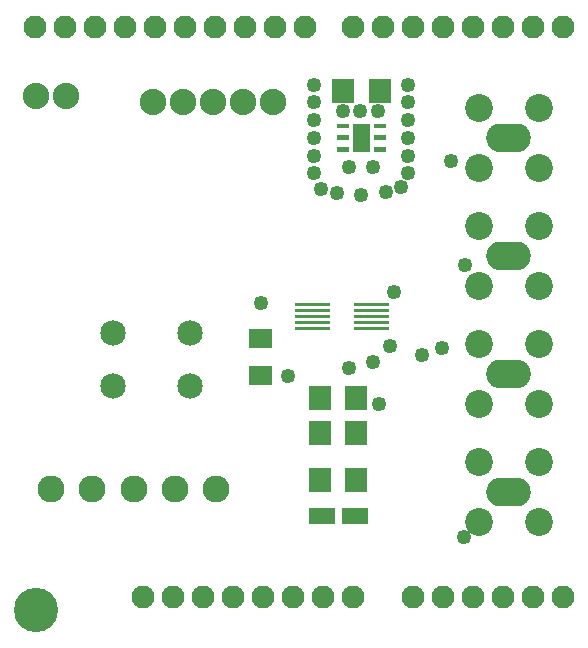
<source format=gts>
G04 MADE WITH FRITZING*
G04 WWW.FRITZING.ORG*
G04 DOUBLE SIDED*
G04 HOLES PLATED*
G04 CONTOUR ON CENTER OF CONTOUR VECTOR*
%ASAXBY*%
%FSLAX23Y23*%
%MOIN*%
%OFA0B0*%
%SFA1.0B1.0*%
%ADD10C,0.049370*%
%ADD11C,0.088000*%
%ADD12C,0.085000*%
%ADD13C,0.092677*%
%ADD14C,0.093071*%
%ADD15C,0.076194*%
%ADD16C,0.076222*%
%ADD17C,0.147795*%
%ADD18C,0.090000*%
%ADD19R,0.072992X0.084803*%
%ADD20R,0.088740X0.057244*%
%ADD21C,0.010000*%
%ADD22C,0.030000*%
%ADD23R,0.001000X0.001000*%
%LNMASK1*%
G90*
G70*
G54D10*
X1134Y891D03*
X1134Y1560D03*
X1212Y910D03*
X1212Y1560D03*
X1330Y1658D03*
X1016Y1599D03*
X1330Y1776D03*
X1016Y1776D03*
X1016Y1717D03*
X1169Y1749D03*
X1330Y1540D03*
X1330Y1599D03*
X1016Y1540D03*
X1330Y1717D03*
X1016Y1658D03*
X1114Y1749D03*
X1173Y1469D03*
X1256Y1477D03*
X1094Y1473D03*
G54D11*
X90Y1796D03*
X190Y1796D03*
G54D10*
X1268Y965D03*
X1376Y935D03*
X1443Y957D03*
X1282Y1143D03*
X1474Y1581D03*
X1521Y1233D03*
X1516Y329D03*
X838Y1107D03*
X929Y865D03*
X1232Y772D03*
G54D11*
X878Y1776D03*
X778Y1776D03*
X678Y1776D03*
X578Y1776D03*
X478Y1776D03*
G54D12*
X602Y831D03*
X346Y831D03*
X602Y1008D03*
X346Y1008D03*
G54D13*
X1565Y577D03*
G54D14*
X1664Y478D03*
X1565Y377D03*
X1565Y577D03*
X1765Y377D03*
X1765Y577D03*
G54D13*
X1565Y577D03*
G54D14*
X1664Y478D03*
X1565Y377D03*
X1565Y577D03*
X1765Y377D03*
X1765Y577D03*
G54D13*
X1565Y970D03*
G54D14*
X1664Y871D03*
X1565Y771D03*
X1565Y971D03*
X1765Y771D03*
X1765Y971D03*
G54D13*
X1565Y970D03*
G54D14*
X1664Y871D03*
X1565Y771D03*
X1565Y971D03*
X1765Y771D03*
X1765Y971D03*
G54D13*
X1565Y1758D03*
G54D14*
X1664Y1659D03*
X1565Y1558D03*
X1565Y1758D03*
X1765Y1558D03*
X1765Y1758D03*
G54D13*
X1565Y1758D03*
G54D14*
X1664Y1659D03*
X1565Y1558D03*
X1565Y1758D03*
X1765Y1558D03*
X1765Y1758D03*
G54D15*
X1445Y129D03*
X1545Y129D03*
X1645Y129D03*
X1745Y129D03*
X1845Y129D03*
G54D16*
X985Y2029D03*
X885Y2029D03*
X785Y2029D03*
X685Y2029D03*
X585Y2029D03*
X485Y2029D03*
X385Y2029D03*
X285Y2029D03*
X185Y2029D03*
X85Y2029D03*
X1845Y2029D03*
X1745Y2029D03*
X1645Y2029D03*
X1545Y2029D03*
X1445Y2029D03*
X1345Y2029D03*
X1245Y2029D03*
X1145Y2029D03*
G54D15*
X545Y129D03*
X445Y129D03*
X645Y129D03*
X745Y129D03*
X845Y129D03*
X945Y129D03*
X1045Y129D03*
X1145Y129D03*
X1345Y129D03*
G54D13*
X1565Y1364D03*
G54D14*
X1664Y1265D03*
X1565Y1164D03*
X1565Y1364D03*
X1765Y1164D03*
X1765Y1364D03*
G54D13*
X1565Y1364D03*
G54D14*
X1664Y1265D03*
X1565Y1164D03*
X1565Y1364D03*
X1765Y1164D03*
X1765Y1364D03*
G54D10*
X1228Y1749D03*
X1039Y1489D03*
X1330Y1835D03*
X1015Y1835D03*
X1307Y1493D03*
G54D17*
X90Y83D03*
G54D18*
X140Y487D03*
X277Y487D03*
X415Y487D03*
X553Y487D03*
X691Y487D03*
G54D19*
X1114Y1815D03*
X1236Y1815D03*
X1035Y516D03*
X1157Y516D03*
G54D20*
X1043Y398D03*
X1153Y398D03*
G54D19*
X1035Y792D03*
X1157Y792D03*
X1035Y674D03*
X1157Y674D03*
G54D21*
G36*
X1134Y1690D02*
X1094Y1690D01*
X1094Y1705D01*
X1134Y1705D01*
X1134Y1690D01*
G37*
D02*
G36*
X1134Y1650D02*
X1094Y1650D01*
X1094Y1666D01*
X1134Y1666D01*
X1134Y1650D01*
G37*
D02*
G36*
X1134Y1611D02*
X1094Y1611D01*
X1094Y1627D01*
X1134Y1627D01*
X1134Y1611D01*
G37*
D02*
G36*
X1256Y1612D02*
X1216Y1612D01*
X1216Y1628D01*
X1256Y1628D01*
X1256Y1612D01*
G37*
D02*
G36*
X1256Y1650D02*
X1216Y1650D01*
X1216Y1666D01*
X1256Y1666D01*
X1256Y1650D01*
G37*
D02*
G36*
X1256Y1690D02*
X1216Y1690D01*
X1216Y1705D01*
X1256Y1705D01*
X1256Y1690D01*
G37*
D02*
G36*
X1204Y1611D02*
X1145Y1611D01*
X1145Y1705D01*
X1204Y1705D01*
X1204Y1611D01*
G37*
D02*
G36*
X1149Y1029D02*
X1267Y1029D01*
X1267Y1019D01*
X1149Y1019D01*
X1149Y1029D01*
G37*
D02*
G36*
X1149Y1049D02*
X1267Y1049D01*
X1267Y1039D01*
X1149Y1039D01*
X1149Y1049D01*
G37*
D02*
G36*
X1149Y1068D02*
X1267Y1068D01*
X1267Y1059D01*
X1149Y1059D01*
X1149Y1068D01*
G37*
D02*
G36*
X1149Y1088D02*
X1267Y1088D01*
X1267Y1078D01*
X1149Y1078D01*
X1149Y1088D01*
G37*
D02*
G36*
X1149Y1108D02*
X1267Y1108D01*
X1267Y1098D01*
X1149Y1098D01*
X1149Y1108D01*
G37*
D02*
G36*
X953Y1108D02*
X1071Y1108D01*
X1071Y1098D01*
X953Y1098D01*
X953Y1108D01*
G37*
D02*
G36*
X953Y1088D02*
X1071Y1088D01*
X1071Y1078D01*
X953Y1078D01*
X953Y1088D01*
G37*
D02*
G36*
X953Y1068D02*
X1071Y1068D01*
X1071Y1059D01*
X953Y1059D01*
X953Y1068D01*
G37*
D02*
G36*
X953Y1049D02*
X1071Y1049D01*
X1071Y1039D01*
X953Y1039D01*
X953Y1049D01*
G37*
D02*
G36*
X953Y1029D02*
X1071Y1029D01*
X1071Y1019D01*
X953Y1019D01*
X953Y1029D01*
G37*
D02*
G54D22*
G36*
X110Y517D02*
X170Y517D01*
X170Y457D01*
X110Y457D01*
X110Y517D01*
G37*
D02*
G54D21*
G36*
X876Y957D02*
X801Y957D01*
X801Y1020D01*
X876Y1020D01*
X876Y957D01*
G37*
D02*
G36*
X876Y835D02*
X801Y835D01*
X801Y898D01*
X876Y898D01*
X876Y835D01*
G37*
D02*
G54D23*
X1625Y1704D02*
X1704Y1704D01*
X1621Y1703D02*
X1708Y1703D01*
X1618Y1702D02*
X1711Y1702D01*
X1616Y1701D02*
X1713Y1701D01*
X1614Y1700D02*
X1715Y1700D01*
X1612Y1699D02*
X1717Y1699D01*
X1611Y1698D02*
X1718Y1698D01*
X1609Y1697D02*
X1720Y1697D01*
X1608Y1696D02*
X1721Y1696D01*
X1607Y1695D02*
X1722Y1695D01*
X1606Y1694D02*
X1723Y1694D01*
X1605Y1693D02*
X1724Y1693D01*
X1604Y1692D02*
X1725Y1692D01*
X1603Y1691D02*
X1726Y1691D01*
X1602Y1690D02*
X1727Y1690D01*
X1601Y1689D02*
X1727Y1689D01*
X1601Y1688D02*
X1728Y1688D01*
X1600Y1687D02*
X1729Y1687D01*
X1599Y1686D02*
X1730Y1686D01*
X1599Y1685D02*
X1730Y1685D01*
X1598Y1684D02*
X1731Y1684D01*
X1597Y1683D02*
X1731Y1683D01*
X1597Y1682D02*
X1732Y1682D01*
X1596Y1681D02*
X1732Y1681D01*
X1596Y1680D02*
X1733Y1680D01*
X1595Y1679D02*
X1733Y1679D01*
X1595Y1678D02*
X1660Y1678D01*
X1669Y1678D02*
X1734Y1678D01*
X1595Y1677D02*
X1657Y1677D01*
X1671Y1677D02*
X1734Y1677D01*
X1594Y1676D02*
X1656Y1676D01*
X1673Y1676D02*
X1735Y1676D01*
X1594Y1675D02*
X1654Y1675D01*
X1674Y1675D02*
X1735Y1675D01*
X1594Y1674D02*
X1653Y1674D01*
X1675Y1674D02*
X1735Y1674D01*
X1593Y1673D02*
X1652Y1673D01*
X1676Y1673D02*
X1736Y1673D01*
X1593Y1672D02*
X1652Y1672D01*
X1677Y1672D02*
X1736Y1672D01*
X1593Y1671D02*
X1651Y1671D01*
X1678Y1671D02*
X1736Y1671D01*
X1592Y1670D02*
X1650Y1670D01*
X1678Y1670D02*
X1736Y1670D01*
X1592Y1669D02*
X1650Y1669D01*
X1679Y1669D02*
X1737Y1669D01*
X1592Y1668D02*
X1650Y1668D01*
X1679Y1668D02*
X1737Y1668D01*
X1592Y1667D02*
X1649Y1667D01*
X1680Y1667D02*
X1737Y1667D01*
X1592Y1666D02*
X1649Y1666D01*
X1680Y1666D02*
X1737Y1666D01*
X1592Y1665D02*
X1649Y1665D01*
X1680Y1665D02*
X1737Y1665D01*
X1591Y1664D02*
X1648Y1664D01*
X1680Y1664D02*
X1737Y1664D01*
X1591Y1663D02*
X1648Y1663D01*
X1681Y1663D02*
X1738Y1663D01*
X1591Y1662D02*
X1648Y1662D01*
X1681Y1662D02*
X1738Y1662D01*
X1591Y1661D02*
X1648Y1661D01*
X1681Y1661D02*
X1738Y1661D01*
X1591Y1660D02*
X1648Y1660D01*
X1681Y1660D02*
X1738Y1660D01*
X1591Y1659D02*
X1648Y1659D01*
X1681Y1659D02*
X1738Y1659D01*
X1591Y1658D02*
X1648Y1658D01*
X1681Y1658D02*
X1738Y1658D01*
X1591Y1657D02*
X1648Y1657D01*
X1681Y1657D02*
X1738Y1657D01*
X1591Y1656D02*
X1648Y1656D01*
X1681Y1656D02*
X1738Y1656D01*
X1591Y1655D02*
X1648Y1655D01*
X1681Y1655D02*
X1738Y1655D01*
X1591Y1654D02*
X1648Y1654D01*
X1681Y1654D02*
X1738Y1654D01*
X1591Y1653D02*
X1648Y1653D01*
X1680Y1653D02*
X1737Y1653D01*
X1591Y1652D02*
X1649Y1652D01*
X1680Y1652D02*
X1737Y1652D01*
X1592Y1651D02*
X1649Y1651D01*
X1680Y1651D02*
X1737Y1651D01*
X1592Y1650D02*
X1649Y1650D01*
X1680Y1650D02*
X1737Y1650D01*
X1592Y1649D02*
X1649Y1649D01*
X1679Y1649D02*
X1737Y1649D01*
X1592Y1648D02*
X1650Y1648D01*
X1679Y1648D02*
X1737Y1648D01*
X1592Y1647D02*
X1650Y1647D01*
X1679Y1647D02*
X1736Y1647D01*
X1593Y1646D02*
X1651Y1646D01*
X1678Y1646D02*
X1736Y1646D01*
X1593Y1645D02*
X1651Y1645D01*
X1677Y1645D02*
X1736Y1645D01*
X1593Y1644D02*
X1652Y1644D01*
X1677Y1644D02*
X1736Y1644D01*
X1593Y1643D02*
X1653Y1643D01*
X1676Y1643D02*
X1735Y1643D01*
X1594Y1642D02*
X1654Y1642D01*
X1675Y1642D02*
X1735Y1642D01*
X1594Y1641D02*
X1655Y1641D01*
X1674Y1641D02*
X1735Y1641D01*
X1594Y1640D02*
X1657Y1640D01*
X1672Y1640D02*
X1734Y1640D01*
X1595Y1639D02*
X1659Y1639D01*
X1670Y1639D02*
X1734Y1639D01*
X1595Y1638D02*
X1734Y1638D01*
X1596Y1637D02*
X1733Y1637D01*
X1596Y1636D02*
X1733Y1636D01*
X1597Y1635D02*
X1732Y1635D01*
X1597Y1634D02*
X1732Y1634D01*
X1598Y1633D02*
X1731Y1633D01*
X1598Y1632D02*
X1730Y1632D01*
X1599Y1631D02*
X1730Y1631D01*
X1600Y1630D02*
X1729Y1630D01*
X1600Y1629D02*
X1728Y1629D01*
X1601Y1628D02*
X1728Y1628D01*
X1602Y1627D02*
X1727Y1627D01*
X1603Y1626D02*
X1726Y1626D01*
X1604Y1625D02*
X1725Y1625D01*
X1604Y1624D02*
X1724Y1624D01*
X1605Y1623D02*
X1723Y1623D01*
X1607Y1622D02*
X1722Y1622D01*
X1608Y1621D02*
X1721Y1621D01*
X1609Y1620D02*
X1720Y1620D01*
X1610Y1619D02*
X1719Y1619D01*
X1612Y1618D02*
X1717Y1618D01*
X1613Y1617D02*
X1716Y1617D01*
X1615Y1616D02*
X1714Y1616D01*
X1617Y1615D02*
X1712Y1615D01*
X1619Y1614D02*
X1710Y1614D01*
X1622Y1613D02*
X1706Y1613D01*
X1630Y1612D02*
X1699Y1612D01*
X1623Y1310D02*
X1706Y1310D01*
X1619Y1309D02*
X1709Y1309D01*
X1617Y1308D02*
X1712Y1308D01*
X1615Y1307D02*
X1714Y1307D01*
X1613Y1306D02*
X1716Y1306D01*
X1612Y1305D02*
X1717Y1305D01*
X1610Y1304D02*
X1719Y1304D01*
X1609Y1303D02*
X1720Y1303D01*
X1608Y1302D02*
X1721Y1302D01*
X1607Y1301D02*
X1722Y1301D01*
X1605Y1300D02*
X1723Y1300D01*
X1605Y1299D02*
X1724Y1299D01*
X1604Y1298D02*
X1725Y1298D01*
X1603Y1297D02*
X1726Y1297D01*
X1602Y1296D02*
X1727Y1296D01*
X1601Y1295D02*
X1728Y1295D01*
X1600Y1294D02*
X1728Y1294D01*
X1600Y1293D02*
X1729Y1293D01*
X1599Y1292D02*
X1730Y1292D01*
X1598Y1291D02*
X1730Y1291D01*
X1598Y1290D02*
X1731Y1290D01*
X1597Y1289D02*
X1732Y1289D01*
X1597Y1288D02*
X1732Y1288D01*
X1596Y1287D02*
X1733Y1287D01*
X1596Y1286D02*
X1733Y1286D01*
X1595Y1285D02*
X1734Y1285D01*
X1595Y1284D02*
X1659Y1284D01*
X1670Y1284D02*
X1734Y1284D01*
X1594Y1283D02*
X1657Y1283D01*
X1672Y1283D02*
X1734Y1283D01*
X1594Y1282D02*
X1655Y1282D01*
X1674Y1282D02*
X1735Y1282D01*
X1594Y1281D02*
X1654Y1281D01*
X1675Y1281D02*
X1735Y1281D01*
X1593Y1280D02*
X1653Y1280D01*
X1676Y1280D02*
X1735Y1280D01*
X1593Y1279D02*
X1652Y1279D01*
X1677Y1279D02*
X1736Y1279D01*
X1593Y1278D02*
X1652Y1278D01*
X1677Y1278D02*
X1736Y1278D01*
X1593Y1277D02*
X1651Y1277D01*
X1678Y1277D02*
X1736Y1277D01*
X1592Y1276D02*
X1650Y1276D01*
X1679Y1276D02*
X1736Y1276D01*
X1592Y1275D02*
X1650Y1275D01*
X1679Y1275D02*
X1737Y1275D01*
X1592Y1274D02*
X1649Y1274D01*
X1679Y1274D02*
X1737Y1274D01*
X1592Y1273D02*
X1649Y1273D01*
X1680Y1273D02*
X1737Y1273D01*
X1592Y1272D02*
X1649Y1272D01*
X1680Y1272D02*
X1737Y1272D01*
X1591Y1271D02*
X1649Y1271D01*
X1680Y1271D02*
X1737Y1271D01*
X1591Y1270D02*
X1648Y1270D01*
X1680Y1270D02*
X1737Y1270D01*
X1591Y1269D02*
X1648Y1269D01*
X1681Y1269D02*
X1738Y1269D01*
X1591Y1268D02*
X1648Y1268D01*
X1681Y1268D02*
X1738Y1268D01*
X1591Y1267D02*
X1648Y1267D01*
X1681Y1267D02*
X1738Y1267D01*
X1591Y1266D02*
X1648Y1266D01*
X1681Y1266D02*
X1738Y1266D01*
X1591Y1265D02*
X1648Y1265D01*
X1681Y1265D02*
X1738Y1265D01*
X1591Y1264D02*
X1648Y1264D01*
X1681Y1264D02*
X1738Y1264D01*
X1591Y1263D02*
X1648Y1263D01*
X1681Y1263D02*
X1738Y1263D01*
X1591Y1262D02*
X1648Y1262D01*
X1681Y1262D02*
X1738Y1262D01*
X1591Y1261D02*
X1648Y1261D01*
X1681Y1261D02*
X1738Y1261D01*
X1591Y1260D02*
X1648Y1260D01*
X1681Y1260D02*
X1738Y1260D01*
X1591Y1259D02*
X1648Y1259D01*
X1680Y1259D02*
X1737Y1259D01*
X1592Y1258D02*
X1649Y1258D01*
X1680Y1258D02*
X1737Y1258D01*
X1592Y1257D02*
X1649Y1257D01*
X1680Y1257D02*
X1737Y1257D01*
X1592Y1256D02*
X1649Y1256D01*
X1680Y1256D02*
X1737Y1256D01*
X1592Y1255D02*
X1650Y1255D01*
X1679Y1255D02*
X1737Y1255D01*
X1592Y1254D02*
X1650Y1254D01*
X1679Y1254D02*
X1737Y1254D01*
X1592Y1253D02*
X1650Y1253D01*
X1678Y1253D02*
X1736Y1253D01*
X1593Y1252D02*
X1651Y1252D01*
X1678Y1252D02*
X1736Y1252D01*
X1593Y1251D02*
X1652Y1251D01*
X1677Y1251D02*
X1736Y1251D01*
X1593Y1250D02*
X1652Y1250D01*
X1676Y1250D02*
X1736Y1250D01*
X1594Y1249D02*
X1653Y1249D01*
X1675Y1249D02*
X1735Y1249D01*
X1594Y1248D02*
X1654Y1248D01*
X1674Y1248D02*
X1735Y1248D01*
X1594Y1247D02*
X1656Y1247D01*
X1673Y1247D02*
X1735Y1247D01*
X1595Y1246D02*
X1657Y1246D01*
X1672Y1246D02*
X1734Y1246D01*
X1595Y1245D02*
X1660Y1245D01*
X1669Y1245D02*
X1734Y1245D01*
X1595Y1244D02*
X1733Y1244D01*
X1596Y1243D02*
X1733Y1243D01*
X1596Y1242D02*
X1732Y1242D01*
X1597Y1241D02*
X1732Y1241D01*
X1597Y1240D02*
X1731Y1240D01*
X1598Y1239D02*
X1731Y1239D01*
X1599Y1238D02*
X1730Y1238D01*
X1599Y1237D02*
X1730Y1237D01*
X1600Y1236D02*
X1729Y1236D01*
X1601Y1235D02*
X1728Y1235D01*
X1601Y1234D02*
X1727Y1234D01*
X1602Y1233D02*
X1727Y1233D01*
X1603Y1232D02*
X1726Y1232D01*
X1604Y1231D02*
X1725Y1231D01*
X1605Y1230D02*
X1724Y1230D01*
X1606Y1229D02*
X1723Y1229D01*
X1607Y1228D02*
X1722Y1228D01*
X1608Y1227D02*
X1721Y1227D01*
X1609Y1226D02*
X1720Y1226D01*
X1611Y1225D02*
X1718Y1225D01*
X1612Y1224D02*
X1717Y1224D01*
X1614Y1223D02*
X1715Y1223D01*
X1616Y1222D02*
X1713Y1222D01*
X1618Y1221D02*
X1711Y1221D01*
X1620Y1220D02*
X1708Y1220D01*
X1624Y1219D02*
X1705Y1219D01*
X1626Y917D02*
X1703Y917D01*
X1621Y916D02*
X1707Y916D01*
X1618Y915D02*
X1710Y915D01*
X1616Y914D02*
X1713Y914D01*
X1614Y913D02*
X1715Y913D01*
X1613Y912D02*
X1716Y912D01*
X1611Y911D02*
X1718Y911D01*
X1610Y910D02*
X1719Y910D01*
X1608Y909D02*
X1720Y909D01*
X1607Y908D02*
X1722Y908D01*
X1606Y907D02*
X1723Y907D01*
X1605Y906D02*
X1724Y906D01*
X1604Y905D02*
X1725Y905D01*
X1603Y904D02*
X1726Y904D01*
X1602Y903D02*
X1726Y903D01*
X1602Y902D02*
X1727Y902D01*
X1601Y901D02*
X1728Y901D01*
X1600Y900D02*
X1729Y900D01*
X1599Y899D02*
X1729Y899D01*
X1599Y898D02*
X1730Y898D01*
X1598Y897D02*
X1731Y897D01*
X1598Y896D02*
X1731Y896D01*
X1597Y895D02*
X1732Y895D01*
X1597Y894D02*
X1732Y894D01*
X1596Y893D02*
X1733Y893D01*
X1596Y892D02*
X1733Y892D01*
X1595Y891D02*
X1661Y891D01*
X1667Y891D02*
X1734Y891D01*
X1595Y890D02*
X1658Y890D01*
X1671Y890D02*
X1734Y890D01*
X1594Y889D02*
X1656Y889D01*
X1673Y889D02*
X1734Y889D01*
X1594Y888D02*
X1655Y888D01*
X1674Y888D02*
X1735Y888D01*
X1594Y887D02*
X1654Y887D01*
X1675Y887D02*
X1735Y887D01*
X1593Y886D02*
X1653Y886D01*
X1676Y886D02*
X1735Y886D01*
X1593Y885D02*
X1652Y885D01*
X1677Y885D02*
X1736Y885D01*
X1593Y884D02*
X1651Y884D01*
X1678Y884D02*
X1736Y884D01*
X1593Y883D02*
X1651Y883D01*
X1678Y883D02*
X1736Y883D01*
X1592Y882D02*
X1650Y882D01*
X1679Y882D02*
X1737Y882D01*
X1592Y881D02*
X1650Y881D01*
X1679Y881D02*
X1737Y881D01*
X1592Y880D02*
X1649Y880D01*
X1679Y880D02*
X1737Y880D01*
X1592Y879D02*
X1649Y879D01*
X1680Y879D02*
X1737Y879D01*
X1592Y878D02*
X1649Y878D01*
X1680Y878D02*
X1737Y878D01*
X1591Y877D02*
X1649Y877D01*
X1680Y877D02*
X1737Y877D01*
X1591Y876D02*
X1648Y876D01*
X1681Y876D02*
X1738Y876D01*
X1591Y875D02*
X1648Y875D01*
X1681Y875D02*
X1738Y875D01*
X1591Y874D02*
X1648Y874D01*
X1681Y874D02*
X1738Y874D01*
X1591Y873D02*
X1648Y873D01*
X1681Y873D02*
X1738Y873D01*
X1591Y872D02*
X1648Y872D01*
X1681Y872D02*
X1738Y872D01*
X1591Y871D02*
X1648Y871D01*
X1681Y871D02*
X1738Y871D01*
X1591Y870D02*
X1648Y870D01*
X1681Y870D02*
X1738Y870D01*
X1591Y869D02*
X1648Y869D01*
X1681Y869D02*
X1738Y869D01*
X1591Y868D02*
X1648Y868D01*
X1681Y868D02*
X1738Y868D01*
X1591Y867D02*
X1648Y867D01*
X1681Y867D02*
X1738Y867D01*
X1591Y866D02*
X1648Y866D01*
X1681Y866D02*
X1738Y866D01*
X1591Y865D02*
X1649Y865D01*
X1680Y865D02*
X1737Y865D01*
X1592Y864D02*
X1649Y864D01*
X1680Y864D02*
X1737Y864D01*
X1592Y863D02*
X1649Y863D01*
X1680Y863D02*
X1737Y863D01*
X1592Y862D02*
X1649Y862D01*
X1679Y862D02*
X1737Y862D01*
X1592Y861D02*
X1650Y861D01*
X1679Y861D02*
X1737Y861D01*
X1592Y860D02*
X1650Y860D01*
X1679Y860D02*
X1737Y860D01*
X1593Y859D02*
X1651Y859D01*
X1678Y859D02*
X1736Y859D01*
X1593Y858D02*
X1651Y858D01*
X1678Y858D02*
X1736Y858D01*
X1593Y857D02*
X1652Y857D01*
X1677Y857D02*
X1736Y857D01*
X1593Y856D02*
X1653Y856D01*
X1676Y856D02*
X1735Y856D01*
X1594Y855D02*
X1654Y855D01*
X1675Y855D02*
X1735Y855D01*
X1594Y854D02*
X1655Y854D01*
X1674Y854D02*
X1735Y854D01*
X1594Y853D02*
X1656Y853D01*
X1673Y853D02*
X1734Y853D01*
X1595Y852D02*
X1658Y852D01*
X1671Y852D02*
X1734Y852D01*
X1595Y851D02*
X1661Y851D01*
X1667Y851D02*
X1734Y851D01*
X1596Y850D02*
X1733Y850D01*
X1596Y849D02*
X1733Y849D01*
X1597Y848D02*
X1732Y848D01*
X1597Y847D02*
X1732Y847D01*
X1598Y846D02*
X1731Y846D01*
X1598Y845D02*
X1731Y845D01*
X1599Y844D02*
X1730Y844D01*
X1599Y843D02*
X1729Y843D01*
X1600Y842D02*
X1729Y842D01*
X1601Y841D02*
X1728Y841D01*
X1602Y840D02*
X1727Y840D01*
X1602Y839D02*
X1726Y839D01*
X1603Y838D02*
X1726Y838D01*
X1604Y837D02*
X1725Y837D01*
X1605Y836D02*
X1724Y836D01*
X1606Y835D02*
X1723Y835D01*
X1607Y834D02*
X1722Y834D01*
X1608Y833D02*
X1720Y833D01*
X1610Y832D02*
X1719Y832D01*
X1611Y831D02*
X1718Y831D01*
X1613Y830D02*
X1716Y830D01*
X1614Y829D02*
X1714Y829D01*
X1616Y828D02*
X1713Y828D01*
X1618Y827D02*
X1710Y827D01*
X1622Y826D02*
X1707Y826D01*
X1626Y825D02*
X1703Y825D01*
X1624Y523D02*
X1705Y523D01*
X1620Y522D02*
X1708Y522D01*
X1618Y521D02*
X1711Y521D01*
X1615Y520D02*
X1713Y520D01*
X1614Y519D02*
X1715Y519D01*
X1612Y518D02*
X1717Y518D01*
X1611Y517D02*
X1718Y517D01*
X1609Y516D02*
X1720Y516D01*
X1608Y515D02*
X1721Y515D01*
X1607Y514D02*
X1722Y514D01*
X1606Y513D02*
X1723Y513D01*
X1605Y512D02*
X1724Y512D01*
X1604Y511D02*
X1725Y511D01*
X1603Y510D02*
X1726Y510D01*
X1602Y509D02*
X1727Y509D01*
X1601Y508D02*
X1727Y508D01*
X1601Y507D02*
X1728Y507D01*
X1600Y506D02*
X1729Y506D01*
X1599Y505D02*
X1730Y505D01*
X1599Y504D02*
X1730Y504D01*
X1598Y503D02*
X1731Y503D01*
X1597Y502D02*
X1731Y502D01*
X1597Y501D02*
X1732Y501D01*
X1596Y500D02*
X1732Y500D01*
X1596Y499D02*
X1733Y499D01*
X1595Y498D02*
X1733Y498D01*
X1595Y497D02*
X1660Y497D01*
X1669Y497D02*
X1734Y497D01*
X1595Y496D02*
X1657Y496D01*
X1672Y496D02*
X1734Y496D01*
X1594Y495D02*
X1656Y495D01*
X1673Y495D02*
X1735Y495D01*
X1594Y494D02*
X1654Y494D01*
X1674Y494D02*
X1735Y494D01*
X1594Y493D02*
X1653Y493D01*
X1675Y493D02*
X1735Y493D01*
X1593Y492D02*
X1652Y492D01*
X1676Y492D02*
X1736Y492D01*
X1593Y491D02*
X1652Y491D01*
X1677Y491D02*
X1736Y491D01*
X1593Y490D02*
X1651Y490D01*
X1678Y490D02*
X1736Y490D01*
X1592Y489D02*
X1650Y489D01*
X1678Y489D02*
X1736Y489D01*
X1592Y488D02*
X1650Y488D01*
X1679Y488D02*
X1737Y488D01*
X1592Y487D02*
X1650Y487D01*
X1679Y487D02*
X1737Y487D01*
X1592Y486D02*
X1649Y486D01*
X1680Y486D02*
X1737Y486D01*
X1592Y485D02*
X1649Y485D01*
X1680Y485D02*
X1737Y485D01*
X1592Y484D02*
X1649Y484D01*
X1680Y484D02*
X1737Y484D01*
X1591Y483D02*
X1648Y483D01*
X1680Y483D02*
X1737Y483D01*
X1591Y482D02*
X1648Y482D01*
X1681Y482D02*
X1738Y482D01*
X1591Y481D02*
X1648Y481D01*
X1681Y481D02*
X1738Y481D01*
X1591Y480D02*
X1648Y480D01*
X1681Y480D02*
X1738Y480D01*
X1591Y479D02*
X1648Y479D01*
X1681Y479D02*
X1738Y479D01*
X1591Y478D02*
X1648Y478D01*
X1681Y478D02*
X1738Y478D01*
X1591Y477D02*
X1648Y477D01*
X1681Y477D02*
X1738Y477D01*
X1591Y476D02*
X1648Y476D01*
X1681Y476D02*
X1738Y476D01*
X1591Y475D02*
X1648Y475D01*
X1681Y475D02*
X1738Y475D01*
X1591Y474D02*
X1648Y474D01*
X1681Y474D02*
X1738Y474D01*
X1591Y473D02*
X1648Y473D01*
X1681Y473D02*
X1738Y473D01*
X1591Y472D02*
X1648Y472D01*
X1680Y472D02*
X1737Y472D01*
X1591Y471D02*
X1649Y471D01*
X1680Y471D02*
X1737Y471D01*
X1592Y470D02*
X1649Y470D01*
X1680Y470D02*
X1737Y470D01*
X1592Y469D02*
X1649Y469D01*
X1680Y469D02*
X1737Y469D01*
X1592Y468D02*
X1649Y468D01*
X1679Y468D02*
X1737Y468D01*
X1592Y467D02*
X1650Y467D01*
X1679Y467D02*
X1737Y467D01*
X1592Y466D02*
X1650Y466D01*
X1679Y466D02*
X1736Y466D01*
X1593Y465D02*
X1651Y465D01*
X1678Y465D02*
X1736Y465D01*
X1593Y464D02*
X1652Y464D01*
X1677Y464D02*
X1736Y464D01*
X1593Y463D02*
X1652Y463D01*
X1677Y463D02*
X1736Y463D01*
X1593Y462D02*
X1653Y462D01*
X1676Y462D02*
X1735Y462D01*
X1594Y461D02*
X1654Y461D01*
X1675Y461D02*
X1735Y461D01*
X1594Y460D02*
X1655Y460D01*
X1674Y460D02*
X1735Y460D01*
X1594Y459D02*
X1657Y459D01*
X1672Y459D02*
X1734Y459D01*
X1595Y458D02*
X1659Y458D01*
X1670Y458D02*
X1734Y458D01*
X1595Y457D02*
X1734Y457D01*
X1596Y456D02*
X1733Y456D01*
X1596Y455D02*
X1733Y455D01*
X1597Y454D02*
X1732Y454D01*
X1597Y453D02*
X1732Y453D01*
X1598Y452D02*
X1731Y452D01*
X1598Y451D02*
X1730Y451D01*
X1599Y450D02*
X1730Y450D01*
X1600Y449D02*
X1729Y449D01*
X1600Y448D02*
X1728Y448D01*
X1601Y447D02*
X1728Y447D01*
X1602Y446D02*
X1727Y446D01*
X1603Y445D02*
X1726Y445D01*
X1604Y444D02*
X1725Y444D01*
X1605Y443D02*
X1724Y443D01*
X1605Y442D02*
X1723Y442D01*
X1607Y441D02*
X1722Y441D01*
X1608Y440D02*
X1721Y440D01*
X1609Y439D02*
X1720Y439D01*
X1610Y438D02*
X1719Y438D01*
X1612Y437D02*
X1717Y437D01*
X1613Y436D02*
X1716Y436D01*
X1615Y435D02*
X1714Y435D01*
X1617Y434D02*
X1712Y434D01*
X1619Y433D02*
X1709Y433D01*
X1623Y432D02*
X1706Y432D01*
D02*
G04 End of Mask1*
M02*
</source>
